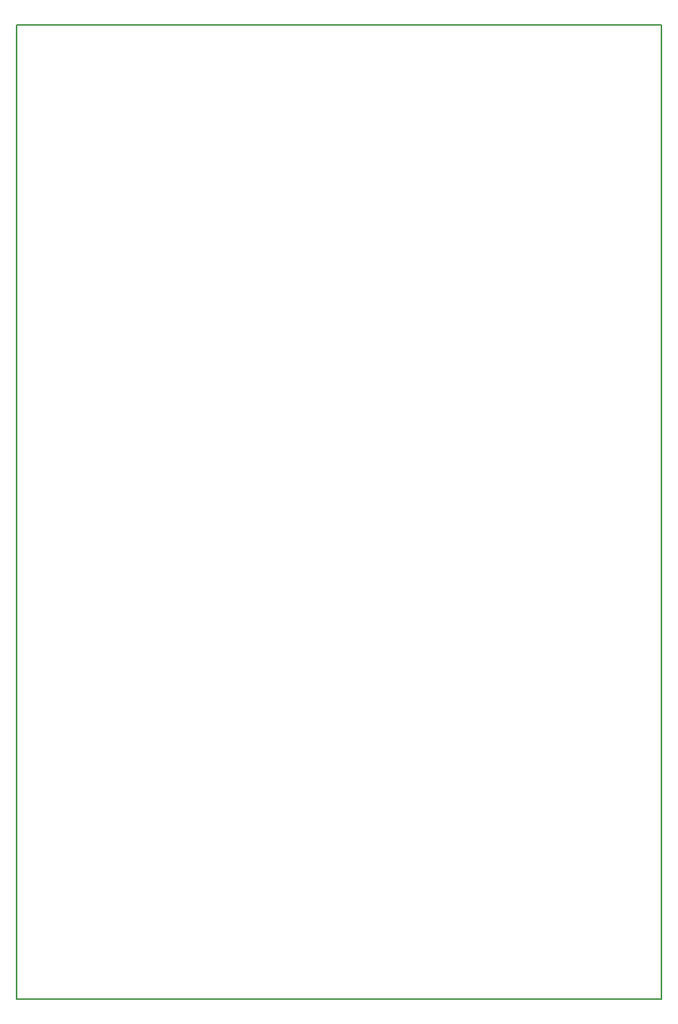
<source format=gbr>
G04 #@! TF.GenerationSoftware,KiCad,Pcbnew,5.0.2+dfsg1-1*
G04 #@! TF.CreationDate,2021-07-11T17:20:40+03:00*
G04 #@! TF.ProjectId,audio-switch,61756469-6f2d-4737-9769-7463682e6b69,V1.0*
G04 #@! TF.SameCoordinates,Original*
G04 #@! TF.FileFunction,Profile,NP*
%FSLAX46Y46*%
G04 Gerber Fmt 4.6, Leading zero omitted, Abs format (unit mm)*
G04 Created by KiCad (PCBNEW 5.0.2+dfsg1-1) date Sun 11 Jul 2021 05:20:40 PM EEST*
%MOMM*%
%LPD*%
G01*
G04 APERTURE LIST*
%ADD10C,0.150000*%
G04 APERTURE END LIST*
D10*
X100330000Y-153670000D02*
X100330000Y-44450000D01*
X172720000Y-153670000D02*
X100330000Y-153670000D01*
X172720000Y-44450000D02*
X172720000Y-153670000D01*
X100330000Y-44450000D02*
X172720000Y-44450000D01*
M02*

</source>
